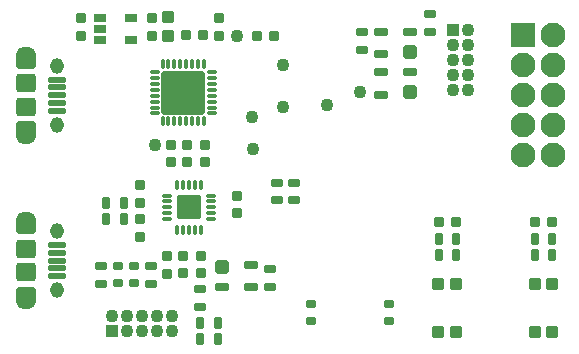
<source format=gts>
G04*
G04 #@! TF.GenerationSoftware,Altium Limited,Altium Designer,21.6.1 (37)*
G04*
G04 Layer_Color=8388736*
%FSLAX44Y44*%
%MOMM*%
G71*
G04*
G04 #@! TF.SameCoordinates,EB5C24EC-25F4-4F86-8BBE-D8D07956753C*
G04*
G04*
G04 #@! TF.FilePolarity,Negative*
G04*
G01*
G75*
%ADD34C,1.1000*%
G04:AMPARAMS|DCode=35|XSize=0.7mm|YSize=1mm|CornerRadius=0.125mm|HoleSize=0mm|Usage=FLASHONLY|Rotation=90.000|XOffset=0mm|YOffset=0mm|HoleType=Round|Shape=RoundedRectangle|*
%AMROUNDEDRECTD35*
21,1,0.7000,0.7500,0,0,90.0*
21,1,0.4500,1.0000,0,0,90.0*
1,1,0.2500,0.3750,0.2250*
1,1,0.2500,0.3750,-0.2250*
1,1,0.2500,-0.3750,-0.2250*
1,1,0.2500,-0.3750,0.2250*
%
%ADD35ROUNDEDRECTD35*%
G04:AMPARAMS|DCode=36|XSize=0.9mm|YSize=0.9mm|CornerRadius=0.15mm|HoleSize=0mm|Usage=FLASHONLY|Rotation=90.000|XOffset=0mm|YOffset=0mm|HoleType=Round|Shape=RoundedRectangle|*
%AMROUNDEDRECTD36*
21,1,0.9000,0.6000,0,0,90.0*
21,1,0.6000,0.9000,0,0,90.0*
1,1,0.3000,0.3000,0.3000*
1,1,0.3000,0.3000,-0.3000*
1,1,0.3000,-0.3000,-0.3000*
1,1,0.3000,-0.3000,0.3000*
%
%ADD36ROUNDEDRECTD36*%
G04:AMPARAMS|DCode=37|XSize=1.09mm|YSize=0.98mm|CornerRadius=0.16mm|HoleSize=0mm|Usage=FLASHONLY|Rotation=0.000|XOffset=0mm|YOffset=0mm|HoleType=Round|Shape=RoundedRectangle|*
%AMROUNDEDRECTD37*
21,1,1.0900,0.6600,0,0,0.0*
21,1,0.7700,0.9800,0,0,0.0*
1,1,0.3200,0.3850,-0.3300*
1,1,0.3200,-0.3850,-0.3300*
1,1,0.3200,-0.3850,0.3300*
1,1,0.3200,0.3850,0.3300*
%
%ADD37ROUNDEDRECTD37*%
G04:AMPARAMS|DCode=38|XSize=0.7mm|YSize=0.9mm|CornerRadius=0.125mm|HoleSize=0mm|Usage=FLASHONLY|Rotation=270.000|XOffset=0mm|YOffset=0mm|HoleType=Round|Shape=RoundedRectangle|*
%AMROUNDEDRECTD38*
21,1,0.7000,0.6500,0,0,270.0*
21,1,0.4500,0.9000,0,0,270.0*
1,1,0.2500,-0.3250,-0.2250*
1,1,0.2500,-0.3250,0.2250*
1,1,0.2500,0.3250,0.2250*
1,1,0.2500,0.3250,-0.2250*
%
%ADD38ROUNDEDRECTD38*%
G04:AMPARAMS|DCode=39|XSize=0.9mm|YSize=0.9mm|CornerRadius=0.15mm|HoleSize=0mm|Usage=FLASHONLY|Rotation=180.000|XOffset=0mm|YOffset=0mm|HoleType=Round|Shape=RoundedRectangle|*
%AMROUNDEDRECTD39*
21,1,0.9000,0.6000,0,0,180.0*
21,1,0.6000,0.9000,0,0,180.0*
1,1,0.3000,-0.3000,0.3000*
1,1,0.3000,0.3000,0.3000*
1,1,0.3000,0.3000,-0.3000*
1,1,0.3000,-0.3000,-0.3000*
%
%ADD39ROUNDEDRECTD39*%
G04:AMPARAMS|DCode=40|XSize=1.15mm|YSize=1.15mm|CornerRadius=0.1813mm|HoleSize=0mm|Usage=FLASHONLY|Rotation=90.000|XOffset=0mm|YOffset=0mm|HoleType=Round|Shape=RoundedRectangle|*
%AMROUNDEDRECTD40*
21,1,1.1500,0.7875,0,0,90.0*
21,1,0.7875,1.1500,0,0,90.0*
1,1,0.3625,0.3938,0.3938*
1,1,0.3625,0.3938,-0.3938*
1,1,0.3625,-0.3938,-0.3938*
1,1,0.3625,-0.3938,0.3938*
%
%ADD40ROUNDEDRECTD40*%
G04:AMPARAMS|DCode=41|XSize=0.7mm|YSize=1.15mm|CornerRadius=0.125mm|HoleSize=0mm|Usage=FLASHONLY|Rotation=90.000|XOffset=0mm|YOffset=0mm|HoleType=Round|Shape=RoundedRectangle|*
%AMROUNDEDRECTD41*
21,1,0.7000,0.9000,0,0,90.0*
21,1,0.4500,1.1500,0,0,90.0*
1,1,0.2500,0.4500,0.2250*
1,1,0.2500,0.4500,-0.2250*
1,1,0.2500,-0.4500,-0.2250*
1,1,0.2500,-0.4500,0.2250*
%
%ADD41ROUNDEDRECTD41*%
G04:AMPARAMS|DCode=42|XSize=1.6mm|YSize=1.65mm|CornerRadius=0.2375mm|HoleSize=0mm|Usage=FLASHONLY|Rotation=90.000|XOffset=0mm|YOffset=0mm|HoleType=Round|Shape=RoundedRectangle|*
%AMROUNDEDRECTD42*
21,1,1.6000,1.1750,0,0,90.0*
21,1,1.1250,1.6500,0,0,90.0*
1,1,0.4750,0.5875,0.5625*
1,1,0.4750,0.5875,-0.5625*
1,1,0.4750,-0.5875,-0.5625*
1,1,0.4750,-0.5875,0.5625*
%
%ADD42ROUNDEDRECTD42*%
G04:AMPARAMS|DCode=43|XSize=0.5mm|YSize=1.45mm|CornerRadius=0.1mm|HoleSize=0mm|Usage=FLASHONLY|Rotation=270.000|XOffset=0mm|YOffset=0mm|HoleType=Round|Shape=RoundedRectangle|*
%AMROUNDEDRECTD43*
21,1,0.5000,1.2500,0,0,270.0*
21,1,0.3000,1.4500,0,0,270.0*
1,1,0.2000,-0.6250,-0.1500*
1,1,0.2000,-0.6250,0.1500*
1,1,0.2000,0.6250,0.1500*
1,1,0.2000,0.6250,-0.1500*
%
%ADD43ROUNDEDRECTD43*%
G04:AMPARAMS|DCode=44|XSize=1.47mm|YSize=1.65mm|CornerRadius=0.2213mm|HoleSize=0mm|Usage=FLASHONLY|Rotation=270.000|XOffset=0mm|YOffset=0mm|HoleType=Round|Shape=RoundedRectangle|*
%AMROUNDEDRECTD44*
21,1,1.4700,1.2075,0,0,270.0*
21,1,1.0275,1.6500,0,0,270.0*
1,1,0.4425,-0.6038,-0.5138*
1,1,0.4425,-0.6038,0.5138*
1,1,0.4425,0.6038,0.5138*
1,1,0.4425,0.6038,-0.5138*
%
%ADD44ROUNDEDRECTD44*%
G04:AMPARAMS|DCode=45|XSize=0.7mm|YSize=1mm|CornerRadius=0.125mm|HoleSize=0mm|Usage=FLASHONLY|Rotation=0.000|XOffset=0mm|YOffset=0mm|HoleType=Round|Shape=RoundedRectangle|*
%AMROUNDEDRECTD45*
21,1,0.7000,0.7500,0,0,0.0*
21,1,0.4500,1.0000,0,0,0.0*
1,1,0.2500,0.2250,-0.3750*
1,1,0.2500,-0.2250,-0.3750*
1,1,0.2500,-0.2250,0.3750*
1,1,0.2500,0.2250,0.3750*
%
%ADD45ROUNDEDRECTD45*%
G04:AMPARAMS|DCode=46|XSize=1mm|YSize=1.1mm|CornerRadius=0.1625mm|HoleSize=0mm|Usage=FLASHONLY|Rotation=270.000|XOffset=0mm|YOffset=0mm|HoleType=Round|Shape=RoundedRectangle|*
%AMROUNDEDRECTD46*
21,1,1.0000,0.7750,0,0,270.0*
21,1,0.6750,1.1000,0,0,270.0*
1,1,0.3250,-0.3875,-0.3375*
1,1,0.3250,-0.3875,0.3375*
1,1,0.3250,0.3875,0.3375*
1,1,0.3250,0.3875,-0.3375*
%
%ADD46ROUNDEDRECTD46*%
%ADD47O,0.9500X0.3500*%
%ADD48O,0.3500X0.9500*%
G04:AMPARAMS|DCode=49|XSize=3.7mm|YSize=3.7mm|CornerRadius=0.23mm|HoleSize=0mm|Usage=FLASHONLY|Rotation=180.000|XOffset=0mm|YOffset=0mm|HoleType=Round|Shape=RoundedRectangle|*
%AMROUNDEDRECTD49*
21,1,3.7000,3.2400,0,0,180.0*
21,1,3.2400,3.7000,0,0,180.0*
1,1,0.4600,-1.6200,1.6200*
1,1,0.4600,1.6200,1.6200*
1,1,0.4600,1.6200,-1.6200*
1,1,0.4600,-1.6200,-1.6200*
%
%ADD49ROUNDEDRECTD49*%
G04:AMPARAMS|DCode=50|XSize=0.7mm|YSize=1.1mm|CornerRadius=0.125mm|HoleSize=0mm|Usage=FLASHONLY|Rotation=90.000|XOffset=0mm|YOffset=0mm|HoleType=Round|Shape=RoundedRectangle|*
%AMROUNDEDRECTD50*
21,1,0.7000,0.8500,0,0,90.0*
21,1,0.4500,1.1000,0,0,90.0*
1,1,0.2500,0.4250,0.2250*
1,1,0.2500,0.4250,-0.2250*
1,1,0.2500,-0.4250,-0.2250*
1,1,0.2500,-0.4250,0.2250*
%
%ADD50ROUNDEDRECTD50*%
G04:AMPARAMS|DCode=51|XSize=2.08mm|YSize=2.08mm|CornerRadius=0.248mm|HoleSize=0mm|Usage=FLASHONLY|Rotation=270.000|XOffset=0mm|YOffset=0mm|HoleType=Round|Shape=RoundedRectangle|*
%AMROUNDEDRECTD51*
21,1,2.0800,1.5840,0,0,270.0*
21,1,1.5840,2.0800,0,0,270.0*
1,1,0.4960,-0.7920,-0.7920*
1,1,0.4960,-0.7920,0.7920*
1,1,0.4960,0.7920,0.7920*
1,1,0.4960,0.7920,-0.7920*
%
%ADD51ROUNDEDRECTD51*%
%ADD52O,1.0000X0.3500*%
%ADD53O,0.3500X1.0000*%
%ADD54C,2.1000*%
%ADD55R,2.1000X2.1000*%
%ADD56R,1.1000X1.1000*%
G04:AMPARAMS|DCode=57|XSize=1.35mm|YSize=1.15mm|CornerRadius=0.575mm|HoleSize=0mm|Usage=FLASHONLY|Rotation=270.000|XOffset=0mm|YOffset=0mm|HoleType=Round|Shape=RoundedRectangle|*
%AMROUNDEDRECTD57*
21,1,1.3500,0.0000,0,0,270.0*
21,1,0.2000,1.1500,0,0,270.0*
1,1,1.1500,0.0000,-0.1000*
1,1,1.1500,0.0000,0.1000*
1,1,1.1500,0.0000,0.1000*
1,1,1.1500,0.0000,-0.1000*
%
%ADD57ROUNDEDRECTD57*%
G04:AMPARAMS|DCode=58|XSize=1.65mm|YSize=1.15mm|CornerRadius=0.575mm|HoleSize=0mm|Usage=FLASHONLY|Rotation=180.000|XOffset=0mm|YOffset=0mm|HoleType=Round|Shape=RoundedRectangle|*
%AMROUNDEDRECTD58*
21,1,1.6500,0.0000,0,0,180.0*
21,1,0.5000,1.1500,0,0,180.0*
1,1,1.1500,-0.2500,0.0000*
1,1,1.1500,0.2500,0.0000*
1,1,1.1500,0.2500,0.0000*
1,1,1.1500,-0.2500,0.0000*
%
%ADD58ROUNDEDRECTD58*%
%ADD59R,1.1000X1.1000*%
D34*
X200613Y270426D02*
D03*
X239777Y245324D02*
D03*
X305000Y222500D02*
D03*
X276407Y211634D02*
D03*
X239672Y209672D02*
D03*
X213509Y201275D02*
D03*
X214201Y174671D02*
D03*
X130732Y178009D02*
D03*
X145400Y20000D02*
D03*
Y32700D02*
D03*
X132700Y20000D02*
D03*
Y32700D02*
D03*
X120000Y20000D02*
D03*
Y32700D02*
D03*
X107300Y20000D02*
D03*
Y32700D02*
D03*
X94600D02*
D03*
X396350Y275400D02*
D03*
Y262700D02*
D03*
X383650D02*
D03*
X396350Y250000D02*
D03*
X383650D02*
D03*
X396350Y237300D02*
D03*
X383650D02*
D03*
X396350Y224600D02*
D03*
X383650D02*
D03*
D35*
X127500Y60500D02*
D03*
Y75500D02*
D03*
X85500Y60500D02*
D03*
Y75500D02*
D03*
X363500Y273500D02*
D03*
Y288500D02*
D03*
X306500Y273500D02*
D03*
Y258500D02*
D03*
X228500Y57500D02*
D03*
Y72500D02*
D03*
X169500Y56000D02*
D03*
Y41000D02*
D03*
X249000Y131000D02*
D03*
Y146000D02*
D03*
X234500Y131000D02*
D03*
Y146000D02*
D03*
D36*
X141500Y84000D02*
D03*
Y69000D02*
D03*
X145000Y163000D02*
D03*
Y178000D02*
D03*
X68000Y270500D02*
D03*
Y285500D02*
D03*
X128500Y270500D02*
D03*
Y285500D02*
D03*
X185613Y285426D02*
D03*
Y270426D02*
D03*
X200500Y120000D02*
D03*
Y135000D02*
D03*
X118000Y115000D02*
D03*
Y100000D02*
D03*
Y144000D02*
D03*
Y129000D02*
D03*
D37*
X142500Y286150D02*
D03*
Y269850D02*
D03*
D38*
X329500Y43250D02*
D03*
Y28750D02*
D03*
X263000D02*
D03*
Y43250D02*
D03*
X113500Y75250D02*
D03*
Y60750D02*
D03*
X99500D02*
D03*
Y75250D02*
D03*
D39*
X170000Y83500D02*
D03*
X155000D02*
D03*
X157114Y270926D02*
D03*
X172113D02*
D03*
X158500Y177500D02*
D03*
X173500D02*
D03*
X158500Y163500D02*
D03*
X173500D02*
D03*
X386258Y112500D02*
D03*
X371258D02*
D03*
X467500Y112500D02*
D03*
X452500D02*
D03*
X155000Y69500D02*
D03*
X170000D02*
D03*
X217113Y270426D02*
D03*
X232114D02*
D03*
D40*
X187750Y74500D02*
D03*
X347250Y222500D02*
D03*
Y256500D02*
D03*
D41*
X187750Y57500D02*
D03*
X212250D02*
D03*
Y76500D02*
D03*
X322750Y220500D02*
D03*
Y239500D02*
D03*
X347250D02*
D03*
X322750Y254500D02*
D03*
Y273500D02*
D03*
X347250D02*
D03*
D42*
X21500Y90000D02*
D03*
Y70000D02*
D03*
Y210000D02*
D03*
Y230000D02*
D03*
D43*
X48500Y93000D02*
D03*
Y86500D02*
D03*
Y67000D02*
D03*
Y73500D02*
D03*
Y80000D02*
D03*
Y220000D02*
D03*
Y213500D02*
D03*
Y207000D02*
D03*
Y226500D02*
D03*
Y233000D02*
D03*
D44*
X21500Y50250D02*
D03*
Y109750D02*
D03*
Y249750D02*
D03*
Y190250D02*
D03*
D45*
X89500Y115000D02*
D03*
X104500D02*
D03*
X169000Y13500D02*
D03*
X184000D02*
D03*
X386258Y84500D02*
D03*
X371258D02*
D03*
X169000Y27500D02*
D03*
X184000D02*
D03*
X371258Y98500D02*
D03*
X386258D02*
D03*
X452500Y98500D02*
D03*
X467500D02*
D03*
X104500Y129000D02*
D03*
X89500D02*
D03*
X467500Y84500D02*
D03*
X452500D02*
D03*
D46*
X452750Y19500D02*
D03*
X467250D02*
D03*
X452750Y60500D02*
D03*
X467250D02*
D03*
X385508Y60500D02*
D03*
X371008D02*
D03*
X385508Y19500D02*
D03*
X371008D02*
D03*
D47*
X179000Y204500D02*
D03*
Y209500D02*
D03*
Y214500D02*
D03*
Y219500D02*
D03*
Y224500D02*
D03*
Y229500D02*
D03*
Y234500D02*
D03*
Y239500D02*
D03*
X131000D02*
D03*
Y234500D02*
D03*
Y229500D02*
D03*
Y224500D02*
D03*
Y219500D02*
D03*
Y214500D02*
D03*
Y209500D02*
D03*
Y204500D02*
D03*
D48*
X172500Y246000D02*
D03*
X167500D02*
D03*
X162500D02*
D03*
X157500D02*
D03*
X152500D02*
D03*
X147500D02*
D03*
X142500D02*
D03*
X137500D02*
D03*
Y198000D02*
D03*
X142500D02*
D03*
X147500D02*
D03*
X152500D02*
D03*
X157500D02*
D03*
X162500D02*
D03*
X167500D02*
D03*
X172500D02*
D03*
D49*
X155000Y222000D02*
D03*
D50*
X111100Y285500D02*
D03*
Y266500D02*
D03*
X84900D02*
D03*
Y276000D02*
D03*
Y285500D02*
D03*
D51*
X160000Y125000D02*
D03*
D52*
X178750Y135000D02*
D03*
Y130000D02*
D03*
Y125000D02*
D03*
Y120000D02*
D03*
Y115000D02*
D03*
X141250D02*
D03*
Y120000D02*
D03*
Y125000D02*
D03*
Y130000D02*
D03*
Y135000D02*
D03*
D53*
X170000Y106250D02*
D03*
X165000D02*
D03*
X160000D02*
D03*
X155000D02*
D03*
X150000D02*
D03*
Y143750D02*
D03*
X155000D02*
D03*
X160000D02*
D03*
X165000D02*
D03*
X170000D02*
D03*
D54*
X467700Y194600D02*
D03*
X442300D02*
D03*
X467700Y245400D02*
D03*
X442300D02*
D03*
X467700Y270800D02*
D03*
X442300Y220000D02*
D03*
X467700D02*
D03*
X442300Y169200D02*
D03*
X467700D02*
D03*
D55*
X442300Y270800D02*
D03*
D56*
X94600Y20000D02*
D03*
D57*
X48500Y105000D02*
D03*
Y55000D02*
D03*
Y195000D02*
D03*
Y245000D02*
D03*
D58*
X21500Y115000D02*
D03*
Y45000D02*
D03*
Y185000D02*
D03*
Y255000D02*
D03*
D59*
X383650Y275400D02*
D03*
M02*

</source>
